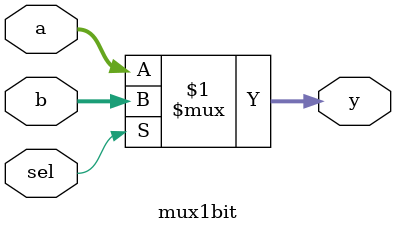
<source format=sv>
module mux1bit (
    input  logic [31:0] a,      // Input 1
    input  logic [31:0] b,      // Input 2
    input  logic sel,           // Select signal
    output logic [31:0] y       // Output
);

    // Multiplexer logic
    assign y = sel ? b : a;

endmodule
</source>
